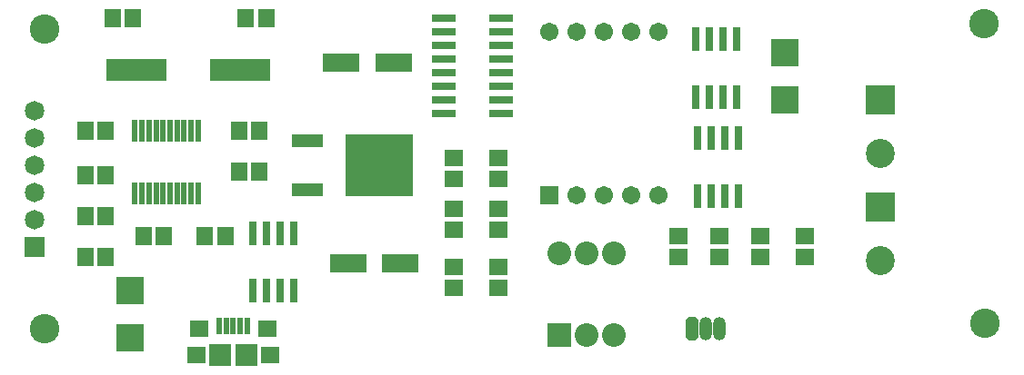
<source format=gbr>
%TF.GenerationSoftware,Novarm,DipTrace,3.0.0.2*%
%TF.CreationDate,2017-02-07T18:04:21+02:00*%
%FSLAX26Y26*%
%MOIN*%
%TF.FileFunction,Soldermask,Top*%
%TF.Part,Single*%
%AMOUTLINE1*
4,1,8,
-0.023701,-0.031191,
-0.011506,-0.043386,
0.011506,-0.043386,
0.023701,-0.031191,
0.023701,0.031191,
0.011506,0.043386,
-0.011506,0.043386,
-0.023701,0.031191,
-0.023701,-0.031191,
0*%
%ADD48C,0.108268*%
%ADD57R,0.224567X0.078898*%
%ADD59R,0.086772X0.031654*%
%ADD61R,0.02378X0.078898*%
%ADD63O,0.047402X0.086772*%
%ADD65R,0.031654X0.086772*%
%ADD67R,0.250157X0.226535*%
%ADD69R,0.116299X0.047402*%
%ADD71C,0.086772*%
%ADD73R,0.086772X0.086772*%
%ADD75R,0.067087X0.059213*%
%ADD77C,0.106457*%
%ADD79R,0.106457X0.106457*%
%ADD81C,0.071811*%
%ADD83R,0.071811X0.071811*%
%ADD85R,0.082835X0.082835*%
%ADD87R,0.065118X0.059213*%
%ADD89R,0.071024X0.06315*%
%ADD91R,0.02378X0.061181*%
%ADD93C,0.067087*%
%ADD95R,0.067087X0.067087*%
%ADD97R,0.10252X0.10252*%
%ADD99R,0.132047X0.071024*%
%ADD101R,0.059213X0.067087*%
%ADD108OUTLINE1*%
G75*
G01*
%LPD*%
D101*
X719016Y1281516D3*
X793819D3*
X719016Y1119016D3*
X793819D3*
X1281516Y1281516D3*
X1356319D3*
X1281516Y1131516D3*
X1356319D3*
D99*
X1681516Y794016D3*
X1874429D3*
X1656516Y1531516D3*
X1849429D3*
D101*
X719016Y969016D3*
X793819D3*
X931516Y894016D3*
X1006319D3*
X719016Y819016D3*
X793819D3*
X1156516Y894016D3*
X1231319D3*
X819016Y1694016D3*
X893819D3*
X1306516D3*
X1381319D3*
D97*
X881516Y694016D3*
Y520787D3*
X3281516Y1569016D3*
Y1395787D3*
D95*
X2419016Y1044016D3*
D93*
X2519016D3*
X2619016D3*
X2719016D3*
X2819016D3*
Y1644016D3*
X2719016D3*
X2619016D3*
X2519016D3*
X2419016D3*
D48*
X569016Y556516D3*
Y1656516D3*
X4012436Y1675741D3*
X4016017Y574644D3*
D91*
X1209908Y564681D3*
X1235499D3*
X1261089D3*
X1286680D3*
X1312270D3*
D89*
X1135105Y555823D3*
X1387073D3*
D87*
X1126247Y459366D3*
X1395932D3*
D85*
X1213845D3*
X1308333D3*
D83*
X531516Y856516D3*
D81*
Y956516D3*
Y1056516D3*
Y1156516D3*
Y1256516D3*
Y1356516D3*
D79*
X3631516Y1395404D3*
D77*
Y1198554D3*
D79*
Y1001605D3*
D77*
Y804755D3*
D75*
X2069016Y1181516D3*
Y1106713D3*
X2231516Y1106516D3*
Y1181319D3*
X2069016Y919016D3*
Y993819D3*
X2231516Y919016D3*
Y993819D3*
X2069016Y781516D3*
Y706713D3*
X2231516Y781516D3*
Y706713D3*
X2894016Y819016D3*
Y893819D3*
X3044016Y819016D3*
Y893819D3*
X3194016Y819016D3*
Y893819D3*
X3356516Y819016D3*
Y893819D3*
D73*
X2456516Y531516D3*
D71*
X2556516D3*
X2656516D3*
Y831516D3*
X2556516D3*
X2456535D3*
D69*
X1531516Y1244016D3*
Y1064488D3*
D67*
X1795295Y1154252D3*
D65*
X1331516Y694016D3*
X1381516D3*
X1431516D3*
X1481516D3*
Y906614D3*
X1431516D3*
X1381516D3*
X1331516D3*
D108*
X2944016Y556516D3*
D63*
X2994016D3*
X3044016D3*
D61*
X1131516Y1281516D3*
X1105925D3*
X1080335D3*
X1054744D3*
X1029154D3*
X1003563D3*
X977972D3*
X952382D3*
X926791D3*
X901201D3*
Y1053161D3*
X926791Y1053169D3*
X952382D3*
X977972D3*
X1003563D3*
X1029154D3*
X1054744D3*
X1080335D3*
X1105925D3*
X1131516D3*
D59*
X2244016Y1344016D3*
Y1394016D3*
Y1444016D3*
Y1494016D3*
Y1544016D3*
Y1594016D3*
Y1644016D3*
Y1694016D3*
X2031417D3*
Y1644016D3*
Y1594016D3*
Y1544016D3*
Y1494016D3*
Y1444016D3*
Y1394016D3*
Y1344016D3*
D65*
X2962151Y1042789D3*
X3012151D3*
X3062151D3*
X3112151D3*
Y1255387D3*
X3062151D3*
X3012151D3*
X2962151D3*
X2956516Y1406516D3*
X3006516D3*
X3056516D3*
X3106516D3*
Y1619114D3*
X3056516D3*
X3006516D3*
X2956516D3*
D57*
X906516Y1506516D3*
X1286516D3*
M02*

</source>
